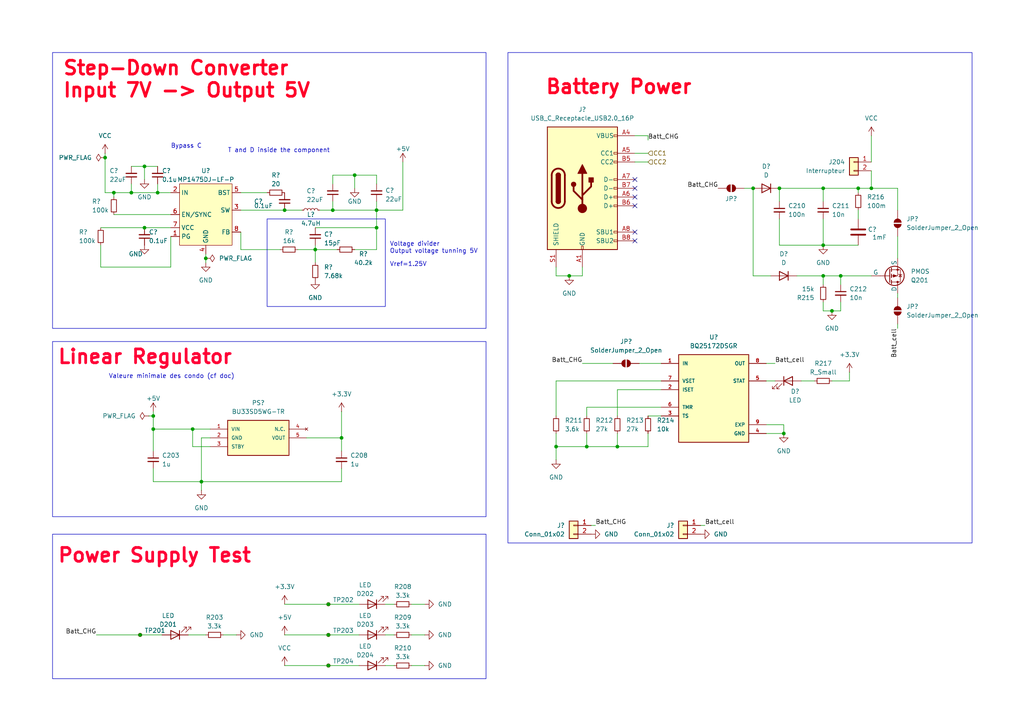
<source format=kicad_sch>
(kicad_sch (version 20231120) (generator "eeschema") (generator_version "8.0")
  (paper "A4")
  (lib_symbols
    (symbol "+5V_1" (power) (pin_numbers hide) (pin_names (offset 0) hide)
      (property "Value" "+5V" (at 0 3.556 0))
      (symbol "+5V_1_1_1"
        (pin power_in line (at 0 0 90) (length 0) (name "~") (number "1"))
      )
    )
    (symbol "BQ25172:BQ25172DSGR" (pin_names (offset 1.016))
      (property "Reference" "U" (at -10.16 13.462 0))
      (property "Value" "BQ25172DSGR" (at -10.16 -15.24 0))
      (symbol "BQ25172DSGR_0_0"
        (pin input line (at -15.24 10.16 0) (length 5.08) (name "IN") (number "1"))
        (pin input line (at -15.24 2.54 0) (length 5.08) (name "ISET") (number "2"))
        (pin input line (at -15.24 -5.08 0) (length 5.08) (name "TS") (number "3"))
        (pin power_in line (at 15.24 -10.16 180) (length 5.08) (name "GND") (number "4"))
        (pin output line (at 15.24 5.08 180) (length 5.08) (name "STAT") (number "5"))
        (pin input line (at -15.24 -2.54 0) (length 5.08) (name "TMR") (number "6"))
        (pin input line (at -15.24 5.08 0) (length 5.08) (name "VSET") (number "7"))
        (pin output line (at 15.24 10.16 180) (length 5.08) (name "OUT") (number "8"))
        (pin power_in line (at 15.24 -7.62 180) (length 5.08) (name "EXP") (number "9"))
      )
    )
    (symbol "BU33SD5WG-TR:BU33SD5WG-TR" (pin_names (offset 1.016))
      (property "Reference" "PS201" (at 13.97 7.62 0))
      (property "Value" "BU33SD5WG-TR" (at 13.97 5.08 0))
      (symbol "BU33SD5WG-TR_0_0"
        (pin no_connect line (at 27.94 0 180) (length 5.08) (name "N.C.") (number "4"))
      )
      (symbol "BU33SD5WG-TR_1_0"
        (pin power_in line (at 0 0 0) (length 5.08) (name "VIN") (number "1"))
        (pin power_in line (at 0 -2.54 0) (length 5.08) (name "GND") (number "2"))
        (pin power_in line (at 0 -5.08 0) (length 5.08) (name "STBY") (number "3"))
        (pin power_out line (at 27.94 -2.54 180) (length 5.08) (name "VOUT") (number "5"))
      )
    )
    (symbol "Connector:TestPoint_Small" (pin_numbers hide) (pin_names (offset 0.762) hide)
      (property "Reference" "TP" (at 0 3.81 0))
      (property "Value" "TestPoint_Small" (at 0 2.032 0))
      (symbol "TestPoint_Small_1_1"
        (pin passive line (at 0 0 90) (length 0) (name "1") (number "1"))
      )
    )
    (symbol "Connector:USB_C_Receptacle_USB2.0_16P" (pin_names (offset 1.016))
      (property "Reference" "J" (at 0 22.225 0))
      (property "Value" "USB_C_Receptacle_USB2.0_16P" (at 0 19.685 0))
      (symbol "USB_C_Receptacle_USB2.0_16P_1_1"
        (pin passive line (at 0 -22.86 90) (length 5.08) (name "GND") (number "A1"))
        (pin passive line (at 0 -22.86 90) (length 5.08) hide (name "GND") (number "A12"))
        (pin passive line (at 15.24 15.24 180) (length 5.08) (name "VBUS") (number "A4"))
        (pin bidirectional line (at 15.24 10.16 180) (length 5.08) (name "CC1") (number "A5"))
        (pin bidirectional line (at 15.24 -2.54 180) (length 5.08) (name "D+") (number "A6"))
        (pin bidirectional line (at 15.24 2.54 180) (length 5.08) (name "D-") (number "A7"))
        (pin bidirectional line (at 15.24 -12.7 180) (length 5.08) (name "SBU1") (number "A8"))
        (pin passive line (at 15.24 15.24 180) (length 5.08) hide (name "VBUS") (number "A9"))
        (pin passive line (at 0 -22.86 90) (length 5.08) hide (name "GND") (number "B1"))
        (pin passive line (at 0 -22.86 90) (length 5.08) hide (name "GND") (number "B12"))
        (pin passive line (at 15.24 15.24 180) (length 5.08) hide (name "VBUS") (number "B4"))
        (pin bidirectional line (at 15.24 7.62 180) (length 5.08) (name "CC2") (number "B5"))
        (pin bidirectional line (at 15.24 -5.08 180) (length 5.08) (name "D+") (number "B6"))
        (pin bidirectional line (at 15.24 0 180) (length 5.08) (name "D-") (number "B7"))
        (pin bidirectional line (at 15.24 -15.24 180) (length 5.08) (name "SBU2") (number "B8"))
        (pin passive line (at 15.24 15.24 180) (length 5.08) hide (name "VBUS") (number "B9"))
        (pin passive line (at -7.62 -22.86 90) (length 5.08) (name "SHIELD") (number "S1"))
      )
    )
    (symbol "Connector_Generic:Conn_01x02" (pin_names (offset 1.016) hide)
      (property "Reference" "J" (at 0 2.54 0))
      (property "Value" "Conn_01x02" (at 0 -5.08 0))
      (symbol "Conn_01x02_1_1"
        (pin passive line (at -5.08 0 0) (length 3.81) (name "Pin_1") (number "1"))
        (pin passive line (at -5.08 -2.54 0) (length 3.81) (name "Pin_2") (number "2"))
      )
    )
    (symbol "Device:C" (pin_numbers hide) (pin_names (offset 0.254))
      (property "Reference" "C" (at 0.635 2.54 0))
      (property "Value" "C" (at 0.635 -2.54 0))
      (symbol "C_1_1"
        (pin passive line (at 0 3.81 270) (length 2.794) (name "~") (number "1"))
        (pin passive line (at 0 -3.81 90) (length 2.794) (name "~") (number "2"))
      )
    )
    (symbol "Device:C_Small" (pin_numbers hide) (pin_names (offset 0.254) hide)
      (property "Reference" "C" (at 0.254 1.778 0))
      (property "Value" "C_Small" (at 0.254 -2.032 0))
      (symbol "C_Small_1_1"
        (pin passive line (at 0 2.54 270) (length 2.032) (name "~") (number "1"))
        (pin passive line (at 0 -2.54 90) (length 2.032) (name "~") (number "2"))
      )
    )
    (symbol "Device:D" (pin_numbers hide) (pin_names (offset 1.016) hide)
      (property "Reference" "D" (at 0 2.54 0))
      (property "Value" "D" (at 0 -2.54 0))
      (symbol "D_1_1"
        (pin passive line (at -3.81 0 0) (length 2.54) (name "K") (number "1"))
        (pin passive line (at 3.81 0 180) (length 2.54) (name "A") (number "2"))
      )
    )
    (symbol "Device:LED" (pin_numbers hide) (pin_names (offset 1.016) hide)
      (property "Reference" "D" (at 0 2.54 0))
      (property "Value" "LED" (at 0 -2.54 0))
      (symbol "LED_1_1"
        (pin passive line (at -3.81 0 0) (length 2.54) (name "K") (number "1"))
        (pin passive line (at 3.81 0 180) (length 2.54) (name "A") (number "2"))
      )
    )
    (symbol "Device:L_Small" (pin_numbers hide) (pin_names (offset 0.254) hide)
      (property "Reference" "L" (at 0.762 1.016 0))
      (property "Value" "L_Small" (at 0.762 -1.016 0))
      (symbol "L_Small_1_1"
        (pin passive line (at 0 2.54 270) (length 0.508) (name "~") (number "1"))
        (pin passive line (at 0 -2.54 90) (length 0.508) (name "~") (number "2"))
      )
    )
    (symbol "Device:R_Small" (pin_numbers hide) (pin_names (offset 0.254) hide)
      (property "Reference" "R" (at 0.762 0.508 0))
      (property "Value" "R_Small" (at 0.762 -1.016 0))
      (symbol "R_Small_1_1"
        (pin passive line (at 0 2.54 270) (length 0.762) (name "~") (number "1"))
        (pin passive line (at 0 -2.54 90) (length 0.762) (name "~") (number "2"))
      )
    )
    (symbol "GND_1" (power) (pin_numbers hide) (pin_names (offset 0) hide)
      (property "Value" "GND" (at 0 -3.81 0))
      (symbol "GND_1_1_1"
        (pin power_in line (at 0 0 270) (length 0) (name "~") (number "1"))
      )
    )
    (symbol "GND_2" (power) (pin_numbers hide) (pin_names (offset 0) hide)
      (property "Value" "GND" (at 0 -3.81 0))
      (symbol "GND_2_1_1"
        (pin power_in line (at 0 0 270) (length 0) (name "~") (number "1"))
      )
    )
    (symbol "GND_3" (power) (pin_numbers hide) (pin_names (offset 0) hide)
      (property "Value" "GND" (at 0 -3.81 0))
      (symbol "GND_3_1_1"
        (pin power_in line (at 0 0 270) (length 0) (name "~") (number "1"))
      )
    )
    (symbol "GND_4" (power) (pin_numbers hide) (pin_names (offset 0) hide)
      (property "Value" "GND" (at 0 -3.81 0))
      (symbol "GND_4_1_1"
        (pin power_in line (at 0 0 270) (length 0) (name "~") (number "1"))
      )
    )
    (symbol "GND_5" (power) (pin_numbers hide) (pin_names (offset 0) hide)
      (property "Value" "GND" (at 0 -3.81 0))
      (symbol "GND_5_1_1"
        (pin power_in line (at 0 0 270) (length 0) (name "~") (number "1"))
      )
    )
    (symbol "GND_6" (power) (pin_numbers hide) (pin_names (offset 0) hide)
      (property "Value" "GND" (at 0 -3.81 0))
      (symbol "GND_6_1_1"
        (pin power_in line (at 0 0 270) (length 0) (name "~") (number "1"))
      )
    )
    (symbol "GND_7" (power) (pin_numbers hide) (pin_names (offset 0) hide)
      (property "Value" "GND" (at 0 -3.81 0))
      (symbol "GND_7_1_1"
        (pin power_in line (at 0 0 270) (length 0) (name "~") (number "1"))
      )
    )
    (symbol "Jumper:SolderJumper_2_Open" (pin_numbers hide) (pin_names (offset 0) hide) (exclude_from_sim yes) (in_bom no)
      (property "Reference" "JP" (at 0 2.032 0))
      (property "Value" "SolderJumper_2_Open" (at 0 -2.54 0))
      (symbol "SolderJumper_2_Open_1_1"
        (pin passive line (at -3.81 0 0) (length 2.54) (name "A") (number "1"))
        (pin passive line (at 3.81 0 180) (length 2.54) (name "B") (number "2"))
      )
    )
    (symbol "MP1475_1"
      (property "Reference" "U201" (at 6.35 3.81 0))
      (property "Value" "MP1475DJ-LF-P" (at 6.35 1.27 0))
      (symbol "MP1475_1_1_1"
        (pin bidirectional line (at -3.81 -15.24 0) (length 2.54) (name "PG") (number "1"))
        (pin power_in line (at -3.81 -2.54 0) (length 2.54) (name "IN") (number "2"))
        (pin bidirectional line (at 16.51 -7.62 180) (length 2.54) (name "SW") (number "3"))
        (pin power_in line (at 6.35 -20.32 90) (length 2.54) (name "GND") (number "4"))
        (pin bidirectional line (at 16.51 -2.54 180) (length 2.54) (name "BST") (number "5"))
        (pin bidirectional line (at -3.81 -8.89 0) (length 2.54) (name "EN/SYNC") (number "6"))
        (pin bidirectional line (at -3.81 -12.7 0) (length 2.54) (name "VCC") (number "7"))
        (pin bidirectional line (at 16.51 -13.97 180) (length 2.54) (name "FB") (number "8"))
      )
    )
    (symbol "Simulation_SPICE:PMOS" (pin_numbers hide) (pin_names (offset 0))
      (property "Reference" "Q" (at 5.08 1.27 0))
      (property "Value" "PMOS" (at 5.08 -1.27 0))
      (symbol "PMOS_1_1"
        (pin passive line (at 2.54 5.08 270) (length 2.54) (name "D") (number "1"))
        (pin input line (at -5.08 0 0) (length 2.54) (name "G") (number "2"))
        (pin passive line (at 2.54 -5.08 90) (length 2.54) (name "S") (number "3"))
      )
    )
    (symbol "power:+3.3V" (power) (pin_numbers hide) (pin_names (offset 0) hide)
      (property "Value" "+3.3V" (at 0 3.556 0))
      (symbol "+3.3V_1_1"
        (pin power_in line (at 0 0 90) (length 0) (name "~") (number "1"))
      )
    )
    (symbol "power:+5V" (power) (pin_names (offset 0))
      (property "Value" "+5V" (at 0 3.556 0))
      (symbol "+5V_1_1"
        (pin power_in line (at 0 0 90) (length 0) hide (name "+5V") (number "1"))
      )
    )
    (symbol "power:GND" (power) (pin_names (offset 0))
      (property "Value" "GND" (at 0 -3.81 0))
      (symbol "GND_1_1"
        (pin power_in line (at 0 0 270) (length 0) hide (name "GND") (number "1"))
      )
    )
    (symbol "power:PWR_FLAG" (power) (pin_numbers hide) (pin_names (offset 0) hide)
      (property "Value" "PWR_FLAG" (at 0 3.81 0))
      (symbol "PWR_FLAG_0_0"
        (pin power_out line (at 0 0 90) (length 0) (name "~") (number "1"))
      )
    )
    (symbol "power:VCC" (power) (pin_numbers hide) (pin_names (offset 0) hide)
      (property "Value" "VCC" (at 0 3.556 0))
      (symbol "VCC_1_1"
        (pin power_in line (at 0 0 90) (length 0) (name "~") (number "1"))
      )
    )
  )
  (junction (at 238.76 71.12))
  (junction (at 248.92 54.61))
  (junction (at 238.76 80.01))
  (junction (at 227.33 125.73))
  (junction (at 41.91 66.04))
  (junction (at 44.45 120.65))
  (junction (at 109.22 66.04))
  (junction (at 99.06 127))
  (junction (at 226.06 54.61))
  (junction (at 95.25 184.15))
  (junction (at 109.22 60.96))
  (junction (at 165.1 80.01))
  (junction (at 170.18 129.54))
  (junction (at 59.69 74.93))
  (junction (at 218.44 54.61))
  (junction (at 40.64 184.15))
  (junction (at 241.3 90.17))
  (junction (at 95.25 175.26))
  (junction (at 41.91 48.26))
  (junction (at 38.1 55.88))
  (junction (at 30.48 45.72))
  (junction (at 45.72 55.88))
  (junction (at 252.73 54.61))
  (junction (at 55.88 124.46))
  (junction (at 91.44 72.39))
  (junction (at 243.84 80.01))
  (junction (at 82.55 60.96))
  (junction (at 161.29 129.54))
  (junction (at 95.25 193.04))
  (junction (at 96.52 60.96))
  (junction (at 238.76 54.61))
  (junction (at 102.87 50.8))
  (junction (at 33.02 55.88))
  (junction (at 179.07 129.54))
  (junction (at 58.42 139.7))
  (junction (at 44.45 124.46))
  (no_connect (at 184.15 59.69))
  (no_connect (at 184.15 54.61))
  (no_connect (at 184.15 67.31))
  (no_connect (at 184.15 69.85))
  (no_connect (at 184.15 52.07))
  (no_connect (at 184.15 57.15))
  (wire (pts (xy 119.38 175.26) (xy 123.19 175.26)))
  (wire (pts (xy 204.47 152.4) (xy 203.2 152.4)))
  (wire (pts (xy 116.84 46.99) (xy 116.84 60.96)))
  (wire (pts (xy 222.25 123.19) (xy 227.33 123.19)))
  (wire (pts (xy 252.73 54.61) (xy 260.35 54.61)))
  (wire (pts (xy 168.91 80.01) (xy 168.91 77.47)))
  (wire (pts (xy 185.42 105.41) (xy 191.77 105.41)))
  (wire (pts (xy 91.44 66.04) (xy 109.22 66.04)))
  (wire (pts (xy 33.02 57.15) (xy 33.02 55.88)))
  (wire (pts (xy 95.25 184.15) (xy 104.14 184.15)))
  (wire (pts (xy 111.76 184.15) (xy 114.3 184.15)))
  (wire (pts (xy 170.18 118.11) (xy 170.18 120.65)))
  (wire (pts (xy 59.69 73.66) (xy 59.69 74.93)))
  (wire (pts (xy 241.3 110.49) (xy 246.38 110.49)))
  (wire (pts (xy 238.76 54.61) (xy 238.76 58.42)))
  (wire (pts (xy 55.88 129.54) (xy 60.96 129.54)))
  (wire (pts (xy 95.25 175.26) (xy 104.14 175.26)))
  (wire (pts (xy 99.06 127) (xy 99.06 130.81)))
  (wire (pts (xy 238.76 90.17) (xy 241.3 90.17)))
  (wire (pts (xy 102.87 50.8) (xy 109.22 50.8)))
  (wire (pts (xy 226.06 71.12) (xy 238.76 71.12)))
  (wire (pts (xy 187.96 39.37) (xy 184.15 39.37)))
  (wire (pts (xy 161.29 77.47) (xy 161.29 80.01)))
  (wire (pts (xy 248.92 54.61) (xy 252.73 54.61)))
  (wire (pts (xy 238.76 71.12) (xy 238.76 63.5)))
  (wire (pts (xy 187.96 44.45) (xy 184.15 44.45)))
  (wire (pts (xy 248.92 54.61) (xy 248.92 55.88)))
  (wire (pts (xy 165.1 80.01) (xy 168.91 80.01)))
  (wire (pts (xy 69.85 72.39) (xy 81.28 72.39)))
  (wire (pts (xy 248.92 60.96) (xy 248.92 63.5)))
  (wire (pts (xy 238.76 87.63) (xy 238.76 90.17)))
  (wire (pts (xy 41.91 66.04) (xy 49.53 66.04)))
  (wire (pts (xy 60.96 127) (xy 58.42 127)))
  (wire (pts (xy 111.76 175.26) (xy 114.3 175.26)))
  (wire (pts (xy 40.64 184.15) (xy 46.99 184.15)))
  (wire (pts (xy 260.35 60.96) (xy 260.35 54.61)))
  (wire (pts (xy 223.52 80.01) (xy 218.44 80.01)))
  (wire (pts (xy 224.79 110.49) (xy 222.25 110.49)))
  (wire (pts (xy 187.96 120.65) (xy 191.77 120.65)))
  (wire (pts (xy 27.94 184.15) (xy 40.64 184.15)))
  (wire (pts (xy 232.41 110.49) (xy 236.22 110.49)))
  (wire (pts (xy 215.9 54.61) (xy 218.44 54.61)))
  (wire (pts (xy 161.29 129.54) (xy 170.18 129.54)))
  (wire (pts (xy 69.85 72.39) (xy 69.85 67.31)))
  (wire (pts (xy 69.85 60.96) (xy 82.55 60.96)))
  (wire (pts (xy 109.22 72.39) (xy 109.22 66.04)))
  (wire (pts (xy 91.44 72.39) (xy 97.79 72.39)))
  (wire (pts (xy 30.48 45.72) (xy 30.48 55.88)))
  (wire (pts (xy 252.73 39.37) (xy 252.73 46.99)))
  (wire (pts (xy 227.33 125.73) (xy 222.25 125.73)))
  (wire (pts (xy 91.44 71.12) (xy 91.44 72.39)))
  (wire (pts (xy 82.55 184.15) (xy 95.25 184.15)))
  (wire (pts (xy 44.45 124.46) (xy 44.45 130.81)))
  (wire (pts (xy 59.69 74.93) (xy 59.69 76.2)))
  (wire (pts (xy 69.85 55.88) (xy 77.47 55.88)))
  (wire (pts (xy 44.45 119.38) (xy 44.45 120.65)))
  (wire (pts (xy 252.73 49.53) (xy 252.73 54.61)))
  (wire (pts (xy 109.22 58.42) (xy 109.22 60.96)))
  (wire (pts (xy 49.53 68.58) (xy 49.53 77.47)))
  (wire (pts (xy 38.1 53.34) (xy 38.1 55.88)))
  (wire (pts (xy 222.25 105.41) (xy 224.79 105.41)))
  (wire (pts (xy 96.52 60.96) (xy 92.71 60.96)))
  (wire (pts (xy 55.88 124.46) (xy 60.96 124.46)))
  (wire (pts (xy 119.38 184.15) (xy 123.19 184.15)))
  (wire (pts (xy 168.91 105.41) (xy 177.8 105.41)))
  (wire (pts (xy 243.84 80.01) (xy 243.84 82.55)))
  (wire (pts (xy 238.76 80.01) (xy 243.84 80.01)))
  (wire (pts (xy 161.29 80.01) (xy 165.1 80.01)))
  (wire (pts (xy 30.48 44.45) (xy 30.48 45.72)))
  (wire (pts (xy 260.35 68.58) (xy 260.35 74.93)))
  (wire (pts (xy 170.18 125.73) (xy 170.18 129.54)))
  (wire (pts (xy 58.42 139.7) (xy 99.06 139.7)))
  (wire (pts (xy 96.52 50.8) (xy 96.52 53.34)))
  (wire (pts (xy 243.84 80.01) (xy 252.73 80.01)))
  (wire (pts (xy 96.52 60.96) (xy 96.52 58.42)))
  (wire (pts (xy 44.45 124.46) (xy 55.88 124.46)))
  (wire (pts (xy 231.14 80.01) (xy 238.76 80.01)))
  (wire (pts (xy 41.91 48.26) (xy 45.72 48.26)))
  (wire (pts (xy 238.76 80.01) (xy 238.76 82.55)))
  (wire (pts (xy 246.38 110.49) (xy 246.38 107.95)))
  (wire (pts (xy 58.42 127) (xy 58.42 139.7)))
  (wire (pts (xy 161.29 110.49) (xy 191.77 110.49)))
  (wire (pts (xy 102.87 50.8) (xy 102.87 54.61)))
  (wire (pts (xy 170.18 118.11) (xy 191.77 118.11)))
  (wire (pts (xy 238.76 71.12) (xy 248.92 71.12)))
  (wire (pts (xy 241.3 90.17) (xy 243.84 90.17)))
  (wire (pts (xy 82.55 193.04) (xy 95.25 193.04)))
  (wire (pts (xy 179.07 113.03) (xy 179.07 120.65)))
  (wire (pts (xy 30.48 55.88) (xy 33.02 55.88)))
  (wire (pts (xy 218.44 80.01) (xy 218.44 54.61)))
  (wire (pts (xy 33.02 55.88) (xy 38.1 55.88)))
  (wire (pts (xy 161.29 110.49) (xy 161.29 120.65)))
  (wire (pts (xy 187.96 40.64) (xy 187.96 39.37)))
  (wire (pts (xy 95.25 193.04) (xy 104.14 193.04)))
  (wire (pts (xy 116.84 60.96) (xy 109.22 60.96)))
  (wire (pts (xy 64.77 184.15) (xy 68.58 184.15)))
  (wire (pts (xy 82.55 175.26) (xy 95.25 175.26)))
  (wire (pts (xy 226.06 54.61) (xy 226.06 58.42)))
  (wire (pts (xy 38.1 48.26) (xy 41.91 48.26)))
  (wire (pts (xy 161.29 129.54) (xy 161.29 133.35)))
  (wire (pts (xy 187.96 46.99) (xy 184.15 46.99)))
  (wire (pts (xy 172.72 152.4) (xy 171.45 152.4)))
  (wire (pts (xy 99.06 139.7) (xy 99.06 135.89)))
  (wire (pts (xy 238.76 54.61) (xy 248.92 54.61)))
  (wire (pts (xy 111.76 193.04) (xy 114.3 193.04)))
  (wire (pts (xy 109.22 60.96) (xy 109.22 66.04)))
  (wire (pts (xy 91.44 72.39) (xy 91.44 76.2)))
  (wire (pts (xy 226.06 63.5) (xy 226.06 71.12)))
  (wire (pts (xy 45.72 53.34) (xy 45.72 55.88)))
  (wire (pts (xy 179.07 125.73) (xy 179.07 129.54)))
  (wire (pts (xy 45.72 55.88) (xy 49.53 55.88)))
  (wire (pts (xy 58.42 139.7) (xy 44.45 139.7)))
  (wire (pts (xy 44.45 135.89) (xy 44.45 139.7)))
  (wire (pts (xy 44.45 120.65) (xy 44.45 124.46)))
  (wire (pts (xy 187.96 125.73) (xy 187.96 129.54)))
  (wire (pts (xy 38.1 55.88) (xy 45.72 55.88)))
  (wire (pts (xy 82.55 60.96) (xy 87.63 60.96)))
  (wire (pts (xy 260.35 85.09) (xy 260.35 86.36)))
  (wire (pts (xy 119.38 193.04) (xy 123.19 193.04)))
  (wire (pts (xy 227.33 123.19) (xy 227.33 125.73)))
  (wire (pts (xy 243.84 87.63) (xy 243.84 90.17)))
  (wire (pts (xy 29.21 77.47) (xy 49.53 77.47)))
  (wire (pts (xy 96.52 50.8) (xy 102.87 50.8)))
  (wire (pts (xy 33.02 62.23) (xy 49.53 62.23)))
  (wire (pts (xy 226.06 54.61) (xy 238.76 54.61)))
  (wire (pts (xy 161.29 125.73) (xy 161.29 129.54)))
  (wire (pts (xy 187.96 129.54) (xy 179.07 129.54)))
  (wire (pts (xy 179.07 113.03) (xy 191.77 113.03)))
  (wire (pts (xy 86.36 72.39) (xy 91.44 72.39)))
  (wire (pts (xy 260.35 93.98) (xy 260.35 95.25)))
  (wire (pts (xy 99.06 119.38) (xy 99.06 127)))
  (wire (pts (xy 109.22 50.8) (xy 109.22 53.34)))
  (wire (pts (xy 96.52 60.96) (xy 109.22 60.96)))
  (wire (pts (xy 29.21 66.04) (xy 41.91 66.04)))
  (wire (pts (xy 102.87 72.39) (xy 109.22 72.39)))
  (wire (pts (xy 58.42 142.24) (xy 58.42 139.7)))
  (wire (pts (xy 29.21 71.12) (xy 29.21 77.47)))
  (wire (pts (xy 41.91 52.07) (xy 41.91 48.26)))
  (wire (pts (xy 55.88 124.46) (xy 55.88 129.54)))
  (wire (pts (xy 43.18 120.65) (xy 44.45 120.65)))
  (wire (pts (xy 54.61 184.15) (xy 59.69 184.15)))
  (wire (pts (xy 179.07 129.54) (xy 170.18 129.54)))
  (wire (pts (xy 99.06 127) (xy 88.9 127)))
  (rectangle (start 15.24 15.24) (end 140.97 95.25))
  (rectangle (start 15.24 99.06) (end 140.97 149.86))
  (rectangle (start 15.24 154.94) (end 140.97 196.85))
  (rectangle (start 147.32 15.24) (end 281.94 157.48))
  (rectangle (start 77.47 63.5) (end 111.76 88.9))
  (text "T and D inside the component" (at 66.04 44.45 0) (effects (font (size 1.27 1.27)) (justify left bottom)))
  (text "Valeure minimale des condo (cf doc)\n" (at 49.784 109.22 0) (effects (font (size 1.27 1.27))))
  (text "Voltage divider\nOutput voltage tunning 5V" (at 113.03 73.66 0) (effects (font (size 1.27 1.27)) (justify left bottom)))
  (text "Linear Regulator\n\n\n" (at 16.51 118.872 0) (effects (font (size 4 4) (bold yes)) (justify left bottom)))
  (text "Vref=1.25V" (at 113.03 77.47 0) (effects (font (size 1.27 1.27)) (justify left bottom)))
  (text "Step-Down Converter\nInput 7V -> Output 5V" (at 18.034 28.702 0) (effects (font (size 4 4) (thickness 0.8) (bold yes)) (justify left bottom)))
  (text "Battery Power" (at 157.988 27.686 0) (effects (font (size 4 4) (thickness 0.8) (bold yes)) (justify left bottom)))
  (text "Bypass C" (at 49.53 43.18 0) (effects (font (size 1.27 1.27)) (justify left bottom)))
  (text "Power Supply Test" (at 16.51 163.576 0) (effects (font (size 4 4) (bold yes)) (justify left bottom)))
  (label "Batt_CHG" (at 168.91 105.41 180))
  (label "Batt_cell" (at 260.35 95.25 270))
  (label "Batt_cell" (at 224.79 105.41 0))
  (label "Batt_CHG" (at 27.94 184.15 180))
  (label "Batt_cell" (at 204.47 152.4 0))
  (label "Batt_CHG" (at 208.28 54.61 180))
  (label "Batt_CHG" (at 172.72 152.4 0))
  (label "Batt_CHG" (at 187.96 40.64 0))
  (hierarchical_label "CC2" (shape input) (at 187.96 46.99 0))
  (hierarchical_label "CC1" (shape input) (at 187.96 44.45 0))
  (symbol (lib_id "Device:C_Small") (at 45.72 50.8 180) (unit 1)
    (property "Reference" "C?" (at 46.99 49.53 0) (effects (justify right)))
    (property "Value" "0.1u" (at 46.99 52.07 0) (effects (justify right)))
    (property "Footprint" "Capacitor_SMD:C_0402_1005Metric" (effects (hide yes)))
    (instances (project "tom&jerry" (path "" (reference "C?") (unit 1))) (project "tom&Jerry_Draft" (path "" (reference "C204") (unit 1))))
  )
  (symbol (lib_id "Device:C_Small") (at 44.45 133.35 0) (unit 1)
    (property "Reference" "C203" (at 46.99 132.0862 0) (effects (justify left)))
    (property "Value" "1u" (at 46.99 134.6262 0) (effects (justify left)))
    (property "Footprint" "Capacitor_SMD:C_0603_1608Metric" (effects (hide yes)))
    (property "Description" "Unpolarized capacitor, small symbol" (effects (hide yes)))
  )
  (symbol (lib_id "Simulation_SPICE:PMOS") (at 257.81 80.01 0) (mirror x) (unit 1)
    (property "Reference" "Q201" (at 264.16 81.2801 0) (effects (justify left)))
    (property "Value" "PMOS" (at 264.16 78.7401 0) (effects (justify left)))
    (property "Footprint" "Tom&Jerry:SOT95P280X125-5N" (effects (hide yes)))
    (property "Datasheet" "https://ngspice.sourceforge.io/docs/ngspice-html-manual/manual.xhtml#cha_MOSFETs" (effects (hide yes)))
    (property "Description" "P-MOSFET transistor, drain/source/gate" (effects (hide yes)))
    (property "Sim.Device" "PMOS" (effects (hide yes)))
    (property "Sim.Type" "VDMOS" (effects (hide yes)))
    (property "Sim.Pins" "1=D 2=G 3=S" (effects (hide yes)))
  )
  (symbol (lib_id "Device:C") (at 248.92 67.31 0) (unit 1)
    (property "Reference" "C?" (at 251.714 66.548 0) (effects (justify left)))
    (property "Value" "1mF" (at 252.984 68.8341 0) (effects (justify left)))
    (property "Footprint" "Tom&Jerry:CAPAE1350X1400N" (effects (hide yes)))
    (property "Description" "Unpolarized capacitor" (effects (hide yes)))
    (instances (project "tom&jerry" (path "" (reference "C?") (unit 1))) (project "tom&Jerry_Draft" (path "" (reference "C213") (unit 1))))
  )
  (symbol (lib_name "GND_5") (lib_id "power:GND") (at 227.33 125.73 0) (unit 1)
    (property "Reference" "#PWR?" (effects (hide yes)))
    (property "Value" "GND" (at 227.33 130.81 0))
    (property "Description" "Power symbol creates a global label with name \"GND\" , ground" (effects (hide yes)))
    (instances (project "" (path "" (reference "#PWR?") (unit 1))) (project "" (path "" (reference "#PWR0223") (unit 1))))
  )
  (symbol (lib_id "Device:R_Small") (at 116.84 193.04 90) (unit 1)
    (property "Reference" "R210" (at 116.84 187.96 90))
    (property "Value" "3.3k" (at 116.84 190.5 90))
    (property "Footprint" "Resistor_SMD:R_0402_1005Metric" (effects (hide yes)))
    (property "Description" "Resistor, small symbol" (effects (hide yes)))
  )
  (symbol (lib_id "power:+3.3V") (at 99.06 119.38 0) (unit 1)
    (property "Reference" "#PWR?" (effects (hide yes)))
    (property "Value" "+3.3V" (at 99.06 114.3 0))
    (property "Description" "Power symbol creates a global label with name \"+3.3V\"" (effects (hide yes)))
    (instances (project "" (path "" (reference "#PWR?") (unit 1))) (project "" (path "" (reference "#PWR0212") (unit 1))))
  )
  (symbol (lib_id "Connector_Generic:Conn_01x02") (at 247.65 46.99 0) (mirror y) (unit 1)
    (property "Reference" "J204" (at 245.11 46.9899 0) (effects (justify left)))
    (property "Value" "Interrupteur" (at 245.11 49.5299 0) (effects (justify left)))
    (property "Footprint" "Tom&Jerry:Switch-3" (effects (hide yes)))
    (property "Description" "Generic connector, single row, 01x02, script generated (kicad-library-utils/schlib/autogen/connector/)" (effects (hide yes)))
  )
  (symbol (lib_name "+5V_1") (lib_id "power:+5V") (at 82.55 184.15 0) (unit 1)
    (property "Reference" "#PWR0209" (effects (hide yes)))
    (property "Value" "+5V" (at 82.55 179.07 0))
    (property "Description" "Power symbol creates a global label with name \"+5V\"" (effects (hide yes)))
  )
  (symbol (lib_id "Device:R_Small") (at 116.84 175.26 90) (unit 1)
    (property "Reference" "R208" (at 116.84 170.18 90))
    (property "Value" "3.3k" (at 116.84 172.72 90))
    (property "Footprint" "Resistor_SMD:R_0402_1005Metric" (effects (hide yes)))
    (property "Description" "Resistor, small symbol" (effects (hide yes)))
  )
  (symbol (lib_id "power:+5V") (at 116.84 46.99 0) (unit 1)
    (property "Reference" "#PWR?" (effects (hide yes)))
    (property "Value" "+5V" (at 116.84 43.18 0))
    (instances (project "tom&jerry" (path "" (reference "#PWR?") (unit 1))) (project "" (path "" (reference "#PWR0214") (unit 1))))
  )
  (symbol (lib_id "Device:L_Small") (at 90.17 60.96 270) (mirror x) (unit 1)
    (property "Reference" "L?" (at 90.17 62.23 90))
    (property "Value" "4.7uH" (at 90.17 64.77 90))
    (property "Footprint" "Inductor_SMD:L_0603_1608Metric_Pad1.05x0.95mm_HandSolder" (effects (hide yes)))
    (property "Datasheet" "https://www.we-online.com/components/products/datasheet/74438356047HT.pdf" (effects (hide yes)))
    (property "Manufacturer_Name" "Wurth" (effects (hide yes)))
    (property "Manufacturer_Part_Number" "74438356047HT " (effects (hide yes)))
    (property "Mouser Part Number" " 710-74438356047HT " (effects (hide yes)))
    (property "Mouser Price/Stock" "https://www.mouser.fr/ProductDetail/Wurth-Elektronik/74438356047HT?qs=YwPsRIUVAOcmekVUpNwTmA%3D%3D" (effects (hide yes)))
    (instances (project "tom&jerry" (path "" (reference "L?") (unit 1))) (project "tom&Jerry_Draft" (path "" (reference "L201") (unit 1))))
  )
  (symbol (lib_id "Device:R_Small") (at 100.33 72.39 90) (unit 1)
    (property "Reference" "R?" (at 105.41 73.66 90))
    (property "Value" "40.2k" (at 105.41 76.2 90))
    (property "Footprint" "Resistor_SMD:R_0402_1005Metric" (effects (hide yes)))
    (property "Height" "0603" (effects (hide yes)))
    (instances (project "tom&jerry" (path "" (reference "R?") (unit 1))) (project "tom&Jerry_Draft" (path "" (reference "R207") (unit 1))))
  )
  (symbol (lib_id "power:GND") (at 91.44 81.28 0) (unit 1)
    (property "Reference" "#PWR?" (effects (hide yes)))
    (property "Value" "GND" (at 91.44 86.36 0))
    (instances (project "tom&jerry" (path "" (reference "#PWR?") (unit 1))) (project "" (path "" (reference "#PWR0211") (unit 1))))
  )
  (symbol (lib_id "BQ25172:BQ25172DSGR") (at 207.01 115.57 0) (unit 1)
    (property "Reference" "U?" (at 207.01 97.79 0))
    (property "Value" "BQ25172DSGR" (at 207.01 100.33 0))
    (property "Footprint" "Tom&Jerry:IC_BQ25172DSGR" (effects (hide yes)))
    (property "MF" "Texas Instruments" (effects (hide yes)))
    (property "MAXIMUM_PACKAGE_HEIGHT" "0.8mm" (effects (hide yes)))
    (property "Package" "None" (effects (hide yes)))
    (property "Price" "None" (effects (hide yes)))
    (property "Check_prices" "https://www.snapeda.com/parts/BQ25172DSGR/Texas+Instruments/view-part/?ref=eda" (effects (hide yes)))
    (property "STANDARD" "Manufacturer Recommendations" (effects (hide yes)))
    (property "PARTREV" "June 2022" (effects (hide yes)))
    (property "SnapEDA_Link" "https://www.snapeda.com/parts/BQ25172DSGR/Texas+Instruments/view-part/?ref=snap" (effects (hide yes)))
    (property "MP" "BQ25172DSGR" (effects (hide yes)))
    (property "Description_1" "\n0.8-A, one- to six-cell NiMH stand-alone linear charger in a QFN package\n" (effects (hide yes)))
    (property "Availability" "In Stock" (effects (hide yes)))
    (property "MANUFACTURER" "Texas Instruments" (effects (hide yes)))
    (instances (project "" (path "" (reference "U?") (unit 1))) (project "tom&Jerry_Draft" (path "" (reference "U202") (unit 1))))
  )
  (symbol (lib_id "power:PWR_FLAG") (at 59.69 74.93 270) (unit 1)
    (property "Reference" "#FLG0203" (effects (hide yes)))
    (property "Value" "PWR_FLAG" (at 63.5 74.9299 90) (effects (justify left)))
    (property "Description" "Special symbol for telling ERC where power comes from" (effects (hide yes)))
  )
  (symbol (lib_id "Device:C_Small") (at 38.1 50.8 180) (unit 1)
    (property "Reference" "C?" (at 31.75 49.53 0) (effects (justify right)))
    (property "Value" "22uF" (at 31.75 52.07 0) (effects (justify right)))
    (property "Footprint" "Capacitor_SMD:C_0805_2012Metric" (effects (hide yes)))
    (instances (project "tom&jerry" (path "" (reference "C?") (unit 1))) (project "tom&Jerry_Draft" (path "" (reference "C201") (unit 1))))
  )
  (symbol (lib_id "BU33SD5WG-TR:BU33SD5WG-TR") (at 60.96 124.46 0) (unit 1)
    (property "Reference" "PS?" (at 74.93 116.84 0))
    (property "Value" "BU33SD5WG-TR" (at 74.93 119.38 0))
    (property "Footprint" "Tom&Jerry:SOT95P280X125-5N" (effects (hide yes)))
    (property "Manufacturer_Name" "ROHM Semiconductor" (effects (hide yes)))
    (property "MF" "Rohm" (effects (hide yes)))
    (property "Mouser_Price-Stock" "https://www.mouser.co.uk/ProductDetail/ROHM-Semiconductor/BU33SD5WG-TR?qs=%2FKR40Cd6GUrQDzRkUEt69Q%3D%3D" (effects (hide yes)))
    (property "Description_1" "\nLinear Voltage Regulator IC Positive Fixed 1 Output 500mA 5-SSOP\n" (effects (hide yes)))
    (property "Mouser_Part_Number" "755-BU33SD5WG-TR" (effects (hide yes)))
    (property "Price" "None" (effects (hide yes)))
    (property "Package" "SSOP-5 Rohm" (effects (hide yes)))
    (property "Check_prices" "https://www.snapeda.com/parts/BU33SD5WG-TR/Rohm/view-part/?ref=eda" (effects (hide yes)))
    (property "Height" "1.25mm" (effects (hide yes)))
    (property "MP" "BU33SD5WG-TR" (effects (hide yes)))
    (property "SnapEDA_Link" "https://www.snapeda.com/parts/BU33SD5WG-TR/Rohm/view-part/?ref=snap" (effects (hide yes)))
    (property "Purchase-URL" "https://www.snapeda.com/api/url_track_click_mouser/?unipart_id=543860&manufacturer=Rohm&part_name=BU33SD5WG-TR&search_term=bu33sd5wg-tr" (effects (hide yes)))
    (property "Availability" "In Stock" (effects (hide yes)))
    (property "Manufacturer_Part_Number" "BU33SD5WG-TR" (effects (hide yes)))
    (instances (project "" (path "" (reference "PS?") (unit 1))) (project "tom&Jerry_Draft" (path "" (reference "PS201") (unit 1))))
  )
  (symbol (lib_id "Device:R_Small") (at 91.44 78.74 180) (unit 1)
    (property "Reference" "R?" (at 93.98 77.4699 0) (effects (justify right)))
    (property "Value" "7.68k" (at 93.98 80.0099 0) (effects (justify right)))
    (property "Footprint" "Resistor_SMD:R_0402_1005Metric" (effects (hide yes)))
    (property "Height" "0603" (effects (hide yes)))
    (instances (project "tom&jerry" (path "" (reference "R?") (unit 1))) (project "tom&Jerry_Draft" (path "" (reference "R206") (unit 1))))
  )
  (symbol (lib_id "Jumper:SolderJumper_2_Open") (at 260.35 64.77 90) (unit 1) (exclude_from_sim yes) (in_bom no)
    (property "Reference" "JP?" (at 262.89 63.4999 90) (effects (justify right)))
    (property "Value" "SolderJumper_2_Open" (at 262.89 66.0399 90) (effects (justify right)))
    (property "Footprint" "Jumper:SolderJumper-2_P1.3mm_Open_TrianglePad1.0x1.5mm" (effects (hide yes)))
    (property "Description" "Solder Jumper, 2-pole, open" (effects (hide yes)))
    (instances (project "tom&jerry" (path "" (reference "JP?") (unit 1))) (project "tom&Jerry_Draft" (path "" (reference "JP203") (unit 1))))
  )
  (symbol (lib_id "Device:R_Small") (at 29.21 68.58 180) (unit 1)
    (property "Reference" "R?" (at 22.86 67.31 0) (effects (justify right)))
    (property "Value" "100k" (at 22.86 69.85 0) (effects (justify right)))
    (property "Footprint" "Resistor_SMD:R_0402_1005Metric" (effects (hide yes)))
    (property "Height" "0603" (effects (hide yes)))
    (instances (project "tom&jerry" (path "" (reference "R?") (unit 1))) (project "tom&Jerry_Draft" (path "" (reference "R201") (unit 1))))
  )
  (symbol (lib_id "Device:C_Small") (at 238.76 60.96 0) (unit 1)
    (property "Reference" "C211" (at 241.3 59.6962 0) (effects (justify left)))
    (property "Value" "10n" (at 241.3 62.2362 0) (effects (justify left)))
    (property "Footprint" "Capacitor_SMD:C_0402_1005Metric" (effects (hide yes)))
    (property "Description" "Unpolarized capacitor, small symbol" (effects (hide yes)))
  )
  (symbol (lib_id "Device:R_Small") (at 161.29 123.19 180) (unit 1)
    (property "Reference" "R211" (at 163.83 121.9199 0) (effects (justify right)))
    (property "Value" "3.6k" (at 163.83 124.4599 0) (effects (justify right)))
    (property "Footprint" "Resistor_SMD:R_0402_1005Metric" (effects (hide yes)))
    (property "Description" "Resistor, small symbol" (effects (hide yes)))
  )
  (symbol (lib_id "power:VCC") (at 252.73 39.37 0) (unit 1)
    (property "Reference" "#PWR0225" (effects (hide yes)))
    (property "Value" "VCC" (at 252.73 34.29 0))
    (property "Description" "Power symbol creates a global label with name \"VCC\"" (effects (hide yes)))
  )
  (symbol (lib_name "GND_1") (lib_id "power:GND") (at 123.19 175.26 90) (unit 1)
    (property "Reference" "#PWR0215" (effects (hide yes)))
    (property "Value" "GND" (at 127 175.2599 90) (effects (justify right)))
    (property "Description" "Power symbol creates a global label with name \"GND\" , ground" (effects (hide yes)))
  )
  (symbol (lib_name "GND_1") (lib_id "power:GND") (at 58.42 142.24 0) (unit 1)
    (property "Reference" "#PWR?" (effects (hide yes)))
    (property "Value" "GND" (at 58.42 147.32 0))
    (property "Description" "Power symbol creates a global label with name \"GND\" , ground" (effects (hide yes)))
    (instances (project "" (path "" (reference "#PWR?") (unit 1))) (project "" (path "" (reference "#PWR0205") (unit 1))))
  )
  (symbol (lib_id "Device:LED") (at 50.8 184.15 180) (unit 1)
    (property "Reference" "D201" (at 48.768 181.102 0))
    (property "Value" "LED" (at 48.768 178.562 0))
    (property "Footprint" "LED_SMD:LED_0603_1608Metric_Pad1.05x0.95mm_HandSolder" (effects (hide yes)))
    (property "Description" "Light emitting diode" (effects (hide yes)))
  )
  (symbol (lib_id "power:VCC") (at 30.48 44.45 0) (unit 1)
    (property "Reference" "#PWR0201" (effects (hide yes)))
    (property "Value" "VCC" (at 30.48 39.37 0))
    (property "Description" "Power symbol creates a global label with name \"VCC\"" (effects (hide yes)))
  )
  (symbol (lib_id "Connector_Generic:Conn_01x02") (at 166.37 152.4 0) (mirror y) (unit 1)
    (property "Reference" "J?" (at 163.83 152.3999 0) (effects (justify left)))
    (property "Value" "Conn_01x02" (at 163.83 154.9399 0) (effects (justify left)))
    (property "Footprint" "Connector_JST:JST_XH_S2B-XH-A-1_1x02_P2.50mm_Horizontal" (effects (hide yes)))
    (property "Description" "Generic connector, single row, 01x02, script generated (kicad-library-utils/schlib/autogen/connector/)" (effects (hide yes)))
    (instances (project "" (path "" (reference "J?") (unit 1))) (project "tom&Jerry_Draft" (path "" (reference "J201") (unit 1))))
  )
  (symbol (lib_id "power:GND") (at 41.91 71.12 0) (unit 1)
    (property "Reference" "#PWR?" (effects (hide yes)))
    (property "Value" "GND" (at 39.37 73.66 0))
    (instances (project "tom&jerry" (path "" (reference "#PWR?") (unit 1))) (project "" (path "" (reference "#PWR0203") (unit 1))))
  )
  (symbol (lib_id "Connector:TestPoint_Small") (at 95.25 175.26 0) (unit 1)
    (property "Reference" "TP202" (at 96.52 173.9899 0) (effects (justify left)))
    (property "Value" "TestPoint_Small" (effects (hide yes)))
    (property "Footprint" "Test_Point:TestPoint_Pad_D1.5mm" (effects (hide yes)))
    (property "Description" "test point" (effects (hide yes)))
  )
  (symbol (lib_id "Device:R_Small") (at 83.82 72.39 90) (unit 1)
    (property "Reference" "R?" (at 83.82 67.31 90))
    (property "Value" "16k" (at 83.82 69.85 90))
    (property "Footprint" "Resistor_SMD:R_0402_1005Metric" (effects (hide yes)))
    (property "Height" "0603" (effects (hide yes)))
    (instances (project "tom&jerry" (path "" (reference "R?") (unit 1))) (project "tom&Jerry_Draft" (path "" (reference "R205") (unit 1))))
  )
  (symbol (lib_id "Connector_Generic:Conn_01x02") (at 198.12 152.4 0) (mirror y) (unit 1)
    (property "Reference" "J?" (at 195.58 152.3999 0) (effects (justify left)))
    (property "Value" "Conn_01x02" (at 195.58 154.9399 0) (effects (justify left)))
    (property "Footprint" "Connector_JST:JST_XH_S2B-XH-A-1_1x02_P2.50mm_Horizontal" (effects (hide yes)))
    (property "Description" "Generic connector, single row, 01x02, script generated (kicad-library-utils/schlib/autogen/connector/)" (effects (hide yes)))
    (instances (project "tom&jerry" (path "" (reference "J?") (unit 1))) (project "tom&Jerry_Draft" (path "" (reference "J203") (unit 1))))
  )
  (symbol (lib_id "Device:LED") (at 107.95 175.26 180) (unit 1)
    (property "Reference" "D202" (at 105.918 172.212 0))
    (property "Value" "LED" (at 105.918 169.672 0))
    (property "Footprint" "LED_SMD:LED_0603_1608Metric_Pad1.05x0.95mm_HandSolder" (effects (hide yes)))
    (property "Description" "Light emitting diode" (effects (hide yes)))
  )
  (symbol (lib_id "Device:R_Small") (at 179.07 123.19 180) (unit 1)
    (property "Reference" "R213" (at 181.61 121.9199 0) (effects (justify right)))
    (property "Value" "27k" (at 181.61 124.4599 0) (effects (justify right)))
    (property "Footprint" "Resistor_SMD:R_0402_1005Metric" (effects (hide yes)))
    (property "Description" "Resistor, small symbol" (effects (hide yes)))
  )
  (symbol (lib_id "Device:R_Small") (at 116.84 184.15 90) (unit 1)
    (property "Reference" "R209" (at 116.84 179.07 90))
    (property "Value" "3.3k" (at 116.84 181.61 90))
    (property "Footprint" "Resistor_SMD:R_0402_1005Metric" (effects (hide yes)))
    (property "Description" "Resistor, small symbol" (effects (hide yes)))
  )
  (symbol (lib_id "power:GND") (at 41.91 52.07 0) (unit 1)
    (property "Reference" "#PWR?" (effects (hide yes)))
    (property "Value" "GND" (at 41.91 57.15 0))
    (instances (project "tom&jerry" (path "" (reference "#PWR?") (unit 1))) (project "" (path "" (reference "#PWR0202") (unit 1))))
  )
  (symbol (lib_id "Connector:USB_C_Receptacle_USB2.0_16P") (at 168.91 54.61 0) (unit 1)
    (property "Reference" "J?" (at 168.91 31.75 0))
    (property "Value" "USB_C_Receptacle_USB2.0_16P" (at 168.91 34.29 0))
    (property "Footprint" "Connector_USB:USB_C_Receptacle_HRO_TYPE-C-31-M-12" (effects (hide yes)))
    (property "Datasheet" "https://www.usb.org/sites/default/files/documents/usb_type-c.zip" (effects (hide yes)))
    (property "Description" "USB 2.0-only 16P Type-C Receptacle connector" (effects (hide yes)))
    (instances (project "" (path "" (reference "J?") (unit 1))) (project "tom&Jerry_Draft" (path "" (reference "J202") (unit 1))))
  )
  (symbol (lib_id "Connector:TestPoint_Small") (at 95.25 193.04 0) (unit 1)
    (property "Reference" "TP204" (at 96.52 191.7699 0) (effects (justify left)))
    (property "Value" "TestPoint_Small" (effects (hide yes)))
    (property "Footprint" "Test_Point:TestPoint_Pad_D1.5mm" (effects (hide yes)))
    (property "Description" "test point" (effects (hide yes)))
  )
  (symbol (lib_id "Device:C_Small") (at 243.84 85.09 0) (unit 1)
    (property "Reference" "C212" (at 246.38 83.8262 0) (effects (justify left)))
    (property "Value" "10n" (at 246.38 86.3662 0) (effects (justify left)))
    (property "Footprint" "Capacitor_SMD:C_0402_1005Metric" (effects (hide yes)))
    (property "Description" "Unpolarized capacitor, small symbol" (effects (hide yes)))
  )
  (symbol (lib_id "Connector:TestPoint_Small") (at 95.25 184.15 0) (unit 1)
    (property "Reference" "TP203" (at 96.52 182.8799 0) (effects (justify left)))
    (property "Value" "TestPoint_Small" (effects (hide yes)))
    (property "Footprint" "Test_Point:TestPoint_Pad_D1.5mm" (effects (hide yes)))
    (property "Description" "test point" (effects (hide yes)))
  )
  (symbol (lib_id "power:+3.3V") (at 82.55 175.26 0) (unit 1)
    (property "Reference" "#PWR0208" (effects (hide yes)))
    (property "Value" "+3.3V" (at 82.55 170.18 0))
    (property "Description" "Power symbol creates a global label with name \"+3.3V\"" (effects (hide yes)))
  )
  (symbol (lib_id "power:PWR_FLAG") (at 30.48 45.72 90) (unit 1)
    (property "Reference" "#FLG0201" (effects (hide yes)))
    (property "Value" "PWR_FLAG" (at 26.67 45.7199 90) (effects (justify left)))
    (property "Description" "Special symbol for telling ERC where power comes from" (effects (hide yes)))
  )
  (symbol (lib_id "Device:C_Small") (at 99.06 133.35 0) (unit 1)
    (property "Reference" "C208" (at 101.6 132.0862 0) (effects (justify left)))
    (property "Value" "1u" (at 101.6 134.6262 0) (effects (justify left)))
    (property "Footprint" "Capacitor_SMD:C_0603_1608Metric" (effects (hide yes)))
    (property "Description" "Unpolarized capacitor, small symbol" (effects (hide yes)))
  )
  (symbol (lib_id "power:GND") (at 102.87 54.61 0) (mirror y) (unit 1)
    (property "Reference" "#PWR?" (effects (hide yes)))
    (property "Value" "GND" (at 102.87 58.42 0))
    (instances (project "tom&jerry" (path "" (reference "#PWR?") (unit 1))) (project "" (path "" (reference "#PWR0213") (unit 1))))
  )
  (symbol (lib_id "Device:C_Small") (at 41.91 68.58 180) (unit 1)
    (property "Reference" "C?" (at 43.18 67.31 0) (effects (justify right)))
    (property "Value" "0.1uF" (at 43.18 69.85 0) (effects (justify right)))
    (property "Footprint" "Capacitor_SMD:C_0402_1005Metric" (effects (hide yes)))
    (instances (project "tom&jerry" (path "" (reference "C?") (unit 1))) (project "tom&Jerry_Draft" (path "" (reference "C202") (unit 1))))
  )
  (symbol (lib_id "Device:C_Small") (at 109.22 55.88 180) (unit 1)
    (property "Reference" "C?" (at 111.76 55.2386 0) (effects (justify right)))
    (property "Value" "22uF" (at 111.76 57.7786 0) (effects (justify right)))
    (property "Footprint" "Capacitor_SMD:C_0805_2012Metric" (effects (hide yes)))
    (instances (project "tom&jerry" (path "" (reference "C?") (unit 1))) (project "tom&Jerry_Draft" (path "" (reference "C209") (unit 1))))
  )
  (symbol (lib_id "Device:R_Small") (at 238.76 110.49 270) (mirror x) (unit 1)
    (property "Reference" "R217" (at 238.76 105.41 90))
    (property "Value" "R_Small" (at 238.76 107.95 90))
    (property "Footprint" "Resistor_SMD:R_0402_1005Metric" (effects (hide yes)))
    (property "Description" "Resistor, small symbol" (effects (hide yes)))
  )
  (symbol (lib_id "Device:R_Small") (at 80.01 55.88 90) (unit 1)
    (property "Reference" "R?" (at 80.01 50.8 90))
    (property "Value" "20" (at 80.01 53.34 90))
    (property "Footprint" "Resistor_SMD:R_0402_1005Metric" (effects (hide yes)))
    (property "Height" "0805" (effects (hide yes)))
    (instances (project "tom&jerry" (path "" (reference "R?") (unit 1))) (project "tom&Jerry_Draft" (path "" (reference "R204") (unit 1))))
  )
  (symbol (lib_id "Device:D") (at 227.33 80.01 180) (unit 1)
    (property "Reference" "D?" (at 227.33 73.66 0))
    (property "Value" "D" (at 227.33 76.2 0))
    (property "Footprint" "Tom&Jerry:SODFL4825X110N" (effects (hide yes)))
    (property "Description" "Diode" (effects (hide yes)))
    (property "Sim.Device" "D" (effects (hide yes)))
    (property "Sim.Pins" "1=K 2=A" (effects (hide yes)))
    (instances (project "tom&jerry" (path "" (reference "D?") (unit 1))) (project "tom&Jerry_Draft" (path "" (reference "D206") (unit 1))))
  )
  (symbol (lib_id "power:VCC") (at 82.55 193.04 0) (unit 1)
    (property "Reference" "#PWR0210" (effects (hide yes)))
    (property "Value" "VCC" (at 82.55 187.96 0))
    (property "Description" "Power symbol creates a global label with name \"VCC\"" (effects (hide yes)))
  )
  (symbol (lib_name "GND_4") (lib_id "power:GND") (at 161.29 133.35 0) (unit 1)
    (property "Reference" "#PWR?" (effects (hide yes)))
    (property "Value" "GND" (at 161.29 138.43 0))
    (property "Description" "Power symbol creates a global label with name \"GND\" , ground" (effects (hide yes)))
    (instances (project "" (path "" (reference "#PWR?") (unit 1))) (project "" (path "" (reference "#PWR0220") (unit 1))))
  )
  (symbol (lib_id "Device:R_Small") (at 33.02 59.69 180) (unit 1)
    (property "Reference" "R?" (at 26.67 58.42 0) (effects (justify right)))
    (property "Value" "100k" (at 26.67 60.96 0) (effects (justify right)))
    (property "Footprint" "Resistor_SMD:R_0402_1005Metric" (effects (hide yes)))
    (property "Height" "0603" (effects (hide yes)))
    (instances (project "tom&jerry" (path "" (reference "R?") (unit 1))) (project "" (path "" (reference "R202") (unit 1))))
  )
  (symbol (lib_id "power:+5V") (at 44.45 119.38 0) (unit 1)
    (property "Reference" "#PWR?" (effects (hide yes)))
    (property "Value" "+5V" (at 44.45 115.57 0))
    (instances (project "tom&jerry" (path "" (reference "#PWR?") (unit 1))) (project "" (path "" (reference "#PWR0204") (unit 1))))
  )
  (symbol (lib_name "GND_6") (lib_id "power:GND") (at 241.3 90.17 0) (unit 1)
    (property "Reference" "#PWR?" (effects (hide yes)))
    (property "Value" "GND" (at 241.3 95.25 0))
    (property "Description" "Power symbol creates a global label with name \"GND\" , ground" (effects (hide yes)))
    (instances (project "" (path "" (reference "#PWR?") (unit 1))) (project "" (path "" (reference "#PWR0224") (unit 1))))
  )
  (symbol (lib_id "Device:R_Small") (at 238.76 85.09 180) (unit 1)
    (property "Reference" "R215" (at 236.22 86.3601 0) (effects (justify left)))
    (property "Value" "15k" (at 236.22 83.8201 0) (effects (justify left)))
    (property "Footprint" "Resistor_SMD:R_0402_1005Metric" (effects (hide yes)))
    (property "Description" "Resistor, small symbol" (effects (hide yes)))
  )
  (symbol (lib_name "GND_3") (lib_id "power:GND") (at 171.45 154.94 90) (unit 1)
    (property "Reference" "#PWR?" (effects (hide yes)))
    (property "Value" "GND" (at 175.26 154.9399 90) (effects (justify right)))
    (property "Description" "Power symbol creates a global label with name \"GND\" , ground" (effects (hide yes)))
    (instances (project "" (path "" (reference "#PWR?") (unit 1))) (project "" (path "" (reference "#PWR0219") (unit 1))))
  )
  (symbol (lib_name "GND_2") (lib_id "power:GND") (at 165.1 80.01 0) (unit 1)
    (property "Reference" "#PWR?" (effects (hide yes)))
    (property "Value" "GND" (at 165.1 85.09 0))
    (property "Description" "Power symbol creates a global label with name \"GND\" , ground" (effects (hide yes)))
    (instances (project "" (path "" (reference "#PWR?") (unit 1))) (project "" (path "" (reference "#PWR0218") (unit 1))))
  )
  (symbol (lib_id "Jumper:SolderJumper_2_Open") (at 181.61 105.41 180) (unit 1) (exclude_from_sim yes) (in_bom no)
    (property "Reference" "JP?" (at 181.61 99.06 0))
    (property "Value" "SolderJumper_2_Open" (at 181.61 101.6 0))
    (property "Footprint" "Jumper:SolderJumper-2_P1.3mm_Open_TrianglePad1.0x1.5mm" (effects (hide yes)))
    (property "Description" "Solder Jumper, 2-pole, open" (effects (hide yes)))
    (instances (project "tom&jerry" (path "" (reference "JP?") (unit 1))) (project "tom&Jerry_Draft" (path "" (reference "JP201") (unit 1))))
  )
  (symbol (lib_name "GND_3") (lib_id "power:GND") (at 203.2 154.94 90) (unit 1)
    (property "Reference" "#PWR?" (effects (hide yes)))
    (property "Value" "GND" (at 207.01 154.9399 90) (effects (justify right)))
    (property "Description" "Power symbol creates a global label with name \"GND\" , ground" (effects (hide yes)))
    (instances (project "tom&jerry" (path "" (reference "#PWR?") (unit 1))) (project "" (path "" (reference "#PWR0221") (unit 1))))
  )
  (symbol (lib_name "GND_7") (lib_id "power:GND") (at 238.76 71.12 0) (unit 1)
    (property "Reference" "#PWR?" (effects (hide yes)))
    (property "Value" "GND" (at 238.76 76.2 0))
    (property "Description" "Power symbol creates a global label with name \"GND\" , ground" (effects (hide yes)))
    (instances (project "" (path "" (reference "#PWR?") (unit 1))) (project "" (path "" (reference "#PWR0222") (unit 1))))
  )
  (symbol (lib_name "MP1475_1") (lib_id "Ludzlib:MP1475") (at 53.34 53.34 0) (unit 1)
    (property "Reference" "U?" (at 59.69 49.53 0))
    (property "Value" "MP1475DJ-LF-P" (at 59.69 52.07 0))
    (property "Footprint" "Tom&Jerry:SOT65P280X100-8N" (effects (hide yes)))
    (property "Datasheet" "https://www.mouser.fr/datasheet/2/277/MP1475-2945395.pdf" (effects (hide yes)))
    (property "Manufacturer_Name" " Monolithic Power Systems (MPS)" (effects (hide yes)))
    (property "Manufacturer_Part_Number" "MP1475DJ" (effects (hide yes)))
    (property "Mouser Part Number" " 946-MP1475DJLFP " (effects (hide yes)))
    (property "Mouser Price/Stock" "https://www.mouser.fr/ProductDetail/Monolithic-Power-Systems-MPS/MP1475DJ-LF-P?qs=Iq7RKQRjpgoaxnjiXuhBAA%3D%3D" (effects (hide yes)))
    (instances (project "tom&jerry" (path "" (reference "U?") (unit 1))) (project "tom&Jerry_Draft" (path "" (reference "U201") (unit 1))))
  )
  (symbol (lib_id "Device:LED") (at 107.95 193.04 180) (unit 1)
    (property "Reference" "D204" (at 105.918 189.992 0))
    (property "Value" "LED" (at 105.918 187.452 0))
    (property "Footprint" "LED_SMD:LED_0603_1608Metric_Pad1.05x0.95mm_HandSolder" (effects (hide yes)))
    (property "Description" "Light emitting diode" (effects (hide yes)))
  )
  (symbol (lib_id "Device:C_Small") (at 96.52 55.88 180) (unit 1)
    (property "Reference" "C?" (at 88.9 55.372 0) (effects (justify right)))
    (property "Value" "22uF" (at 88.9 57.912 0) (effects (justify right)))
    (property "Footprint" "Capacitor_SMD:C_0805_2012Metric" (effects (hide yes)))
    (instances (project "tom&jerry" (path "" (reference "C?") (unit 1))) (project "tom&Jerry_Draft" (path "" (reference "C207") (unit 1))))
  )
  (symbol (lib_id "Device:R_Small") (at 170.18 123.19 180) (unit 1)
    (property "Reference" "R212" (at 172.72 121.9199 0) (effects (justify right)))
    (property "Value" "27k" (at 172.72 124.4599 0) (effects (justify right)))
    (property "Footprint" "Resistor_SMD:R_0402_1005Metric" (effects (hide yes)))
    (property "Description" "Resistor, small symbol" (effects (hide yes)))
  )
  (symbol (lib_id "Device:D") (at 222.25 54.61 180) (unit 1)
    (property "Reference" "D?" (at 222.25 48.26 0))
    (property "Value" "D" (at 222.25 50.8 0))
    (property "Footprint" "Tom&Jerry:SODFL4825X110N" (effects (hide yes)))
    (property "Description" "Diode" (effects (hide yes)))
    (property "Sim.Device" "D" (effects (hide yes)))
    (property "Sim.Pins" "1=K 2=A" (effects (hide yes)))
    (instances (project "" (path "" (reference "D?") (unit 1))) (project "tom&Jerry_Draft" (path "" (reference "D205") (unit 1))))
  )
  (symbol (lib_id "power:GND") (at 59.69 76.2 0) (unit 1)
    (property "Reference" "#PWR?" (effects (hide yes)))
    (property "Value" "GND" (at 59.69 81.28 0))
    (instances (project "tom&jerry" (path "" (reference "#PWR?") (unit 1))) (project "" (path "" (reference "#PWR0206") (unit 1))))
  )
  (symbol (lib_id "Jumper:SolderJumper_2_Open") (at 212.09 54.61 0) (mirror x) (unit 1) (exclude_from_sim yes) (in_bom no)
    (property "Reference" "JP?" (at 212.09 57.658 0))
    (property "Value" "SolderJumper_2_Open" (effects (hide yes)))
    (property "Footprint" "Jumper:SolderJumper-2_P1.3mm_Open_TrianglePad1.0x1.5mm" (effects (hide yes)))
    (property "Description" "Solder Jumper, 2-pole, open" (effects (hide yes)))
    (instances (project "" (path "" (reference "JP?") (unit 1))) (project "tom&Jerry_Draft" (path "" (reference "JP202") (unit 1))))
  )
  (symbol (lib_id "Device:LED") (at 228.6 110.49 0) (unit 1)
    (property "Reference" "D?" (at 230.632 113.538 0))
    (property "Value" "LED" (at 230.632 116.078 0))
    (property "Footprint" "LED_SMD:LED_0603_1608Metric_Pad1.05x0.95mm_HandSolder" (effects (hide yes)))
    (property "Description" "Light emitting diode" (effects (hide yes)))
    (instances (project "" (path "" (reference "D?") (unit 1))) (project "tom&Jerry_Draft" (path "" (reference "D207") (unit 1))))
  )
  (symbol (lib_id "Connector:TestPoint_Small") (at 40.64 184.15 0) (unit 1)
    (property "Reference" "TP201" (at 41.91 182.8799 0) (effects (justify left)))
    (property "Value" "TestPoint_Small" (effects (hide yes)))
    (property "Footprint" "Test_Point:TestPoint_Pad_D1.5mm" (effects (hide yes)))
    (property "Description" "test point" (effects (hide yes)))
  )
  (symbol (lib_id "Device:C_Small") (at 82.55 58.42 180) (unit 1)
    (property "Reference" "C?" (at 73.66 58.42 0) (effects (justify right)))
    (property "Value" "0.1uF" (at 73.66 59.69 0) (effects (justify right)))
    (property "Footprint" "Capacitor_SMD:C_0402_1005Metric" (effects (hide yes)))
    (instances (project "tom&jerry" (path "" (reference "C?") (unit 1))) (project "tom&Jerry_Draft" (path "" (reference "C205") (unit 1))))
  )
  (symbol (lib_id "Device:C_Small") (at 91.44 68.58 180) (unit 1)
    (property "Reference" "C?" (at 93.98 67.9386 0) (effects (justify right)))
    (property "Value" "15pF" (at 93.98 70.4786 0) (effects (justify right)))
    (property "Footprint" "Capacitor_SMD:C_0402_1005Metric" (effects (hide yes)))
    (instances (project "tom&jerry" (path "" (reference "C?") (unit 1))) (project "tom&Jerry_Draft" (path "" (reference "C206") (unit 1))))
  )
  (symbol (lib_name "GND_1") (lib_id "power:GND") (at 68.58 184.15 90) (unit 1)
    (property "Reference" "#PWR0207" (effects (hide yes)))
    (property "Value" "GND" (at 72.39 184.1499 90) (effects (justify right)))
    (property "Description" "Power symbol creates a global label with name \"GND\" , ground" (effects (hide yes)))
  )
  (symbol (lib_id "power:+3.3V") (at 246.38 107.95 0) (unit 1)
    (property "Reference" "#PWR?" (effects (hide yes)))
    (property "Value" "+3.3V" (at 246.38 102.87 0))
    (property "Description" "Power symbol creates a global label with name \"+3.3V\"" (effects (hide yes)))
    (instances (project "tom&jerry" (path "" (reference "#PWR?") (unit 1))) (project "" (path "" (reference "#PWR0226") (unit 1))))
  )
  (symbol (lib_name "GND_1") (lib_id "power:GND") (at 123.19 193.04 90) (unit 1)
    (property "Reference" "#PWR0217" (effects (hide yes)))
    (property "Value" "GND" (at 127 193.0399 90) (effects (justify right)))
    (property "Description" "Power symbol creates a global label with name \"GND\" , ground" (effects (hide yes)))
  )
  (symbol (lib_id "Device:C_Small") (at 226.06 60.96 0) (unit 1)
    (property "Reference" "C210" (at 228.6 59.6962 0) (effects (justify left)))
    (property "Value" "100n" (at 228.6 62.2362 0) (effects (justify left)))
    (property "Footprint" "Capacitor_SMD:C_0402_1005Metric" (effects (hide yes)))
    (property "Description" "Unpolarized capacitor, small symbol" (effects (hide yes)))
  )
  (symbol (lib_id "Device:LED") (at 107.95 184.15 180) (unit 1)
    (property "Reference" "D203" (at 105.918 181.102 0))
    (property "Value" "LED" (at 105.918 178.562 0))
    (property "Footprint" "LED_SMD:LED_0603_1608Metric_Pad1.05x0.95mm_HandSolder" (effects (hide yes)))
    (property "Description" "Light emitting diode" (effects (hide yes)))
  )
  (symbol (lib_id "Device:R_Small") (at 187.96 123.19 180) (unit 1)
    (property "Reference" "R214" (at 190.5 121.9199 0) (effects (justify right)))
    (property "Value" "10k" (at 190.5 124.4599 0) (effects (justify right)))
    (property "Footprint" "Resistor_SMD:R_0402_1005Metric" (effects (hide yes)))
    (property "Description" "Resistor, small symbol" (effects (hide yes)))
  )
  (symbol (lib_name "GND_1") (lib_id "power:GND") (at 123.19 184.15 90) (unit 1)
    (property "Reference" "#PWR0216" (effects (hide yes)))
    (property "Value" "GND" (at 127 184.1499 90) (effects (justify right)))
    (property "Description" "Power symbol creates a global label with name \"GND\" , ground" (effects (hide yes)))
  )
  (symbol (lib_id "power:PWR_FLAG") (at 43.18 120.65 90) (unit 1)
    (property "Reference" "#FLG0202" (effects (hide yes)))
    (property "Value" "PWR_FLAG" (at 39.37 120.6499 90) (effects (justify left)))
    (property "Description" "Special symbol for telling ERC where power comes from" (effects (hide yes)))
  )
  (symbol (lib_id "Device:R_Small") (at 248.92 58.42 0) (unit 1)
    (property "Reference" "R216" (at 251.46 57.1499 0) (effects (justify left)))
    (property "Value" "100m" (at 251.46 59.6899 0) (effects (justify left)))
    (property "Footprint" "Resistor_SMD:R_0402_1005Metric" (effects (hide yes)))
    (property "Description" "Resistor, small symbol" (effects (hide yes)))
  )
  (symbol (lib_id "Device:R_Small") (at 62.23 184.15 90) (unit 1)
    (property "Reference" "R203" (at 62.23 179.07 90))
    (property "Value" "3.3k" (at 62.23 181.61 90))
    (property "Footprint" "Resistor_SMD:R_0402_1005Metric" (effects (hide yes)))
    (property "Description" "Resistor, small symbol" (effects (hide yes)))
  )
  (symbol (lib_id "Jumper:SolderJumper_2_Open") (at 260.35 90.17 90) (unit 1) (exclude_from_sim yes) (in_bom no)
    (property "Reference" "JP?" (at 262.89 88.8999 90) (effects (justify right)))
    (property "Value" "SolderJumper_2_Open" (at 262.89 91.4399 90) (effects (justify right)))
    (property "Footprint" "Jumper:SolderJumper-2_P1.3mm_Open_TrianglePad1.0x1.5mm" (effects (hide yes)))
    (property "Description" "Solder Jumper, 2-pole, open" (effects (hide yes)))
    (instances (project "tom&jerry" (path "" (reference "JP?") (unit 1))) (project "tom&Jerry_Draft" (path "" (reference "JP204") (unit 1))))
  )
)
</source>
